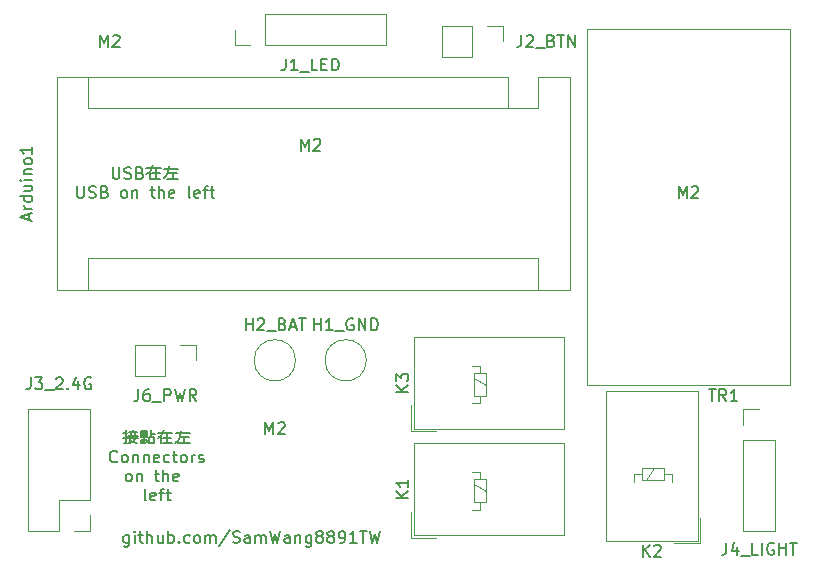
<source format=gbr>
%TF.GenerationSoftware,KiCad,Pcbnew,(6.0.6-0)*%
%TF.CreationDate,2022-07-16T17:32:28+08:00*%
%TF.ProjectId,__,8cc82e6b-6963-4616-945f-706362585858,rev?*%
%TF.SameCoordinates,Original*%
%TF.FileFunction,Legend,Top*%
%TF.FilePolarity,Positive*%
%FSLAX46Y46*%
G04 Gerber Fmt 4.6, Leading zero omitted, Abs format (unit mm)*
G04 Created by KiCad (PCBNEW (6.0.6-0)) date 2022-07-16 17:32:28*
%MOMM*%
%LPD*%
G01*
G04 APERTURE LIST*
%ADD10C,0.150000*%
%ADD11C,0.120000*%
G04 APERTURE END LIST*
D10*
X72261904Y-79647380D02*
X72261904Y-80456904D01*
X72309523Y-80552142D01*
X72357142Y-80599761D01*
X72452380Y-80647380D01*
X72642857Y-80647380D01*
X72738095Y-80599761D01*
X72785714Y-80552142D01*
X72833333Y-80456904D01*
X72833333Y-79647380D01*
X73261904Y-80599761D02*
X73404761Y-80647380D01*
X73642857Y-80647380D01*
X73738095Y-80599761D01*
X73785714Y-80552142D01*
X73833333Y-80456904D01*
X73833333Y-80361666D01*
X73785714Y-80266428D01*
X73738095Y-80218809D01*
X73642857Y-80171190D01*
X73452380Y-80123571D01*
X73357142Y-80075952D01*
X73309523Y-80028333D01*
X73261904Y-79933095D01*
X73261904Y-79837857D01*
X73309523Y-79742619D01*
X73357142Y-79695000D01*
X73452380Y-79647380D01*
X73690476Y-79647380D01*
X73833333Y-79695000D01*
X74595238Y-80123571D02*
X74738095Y-80171190D01*
X74785714Y-80218809D01*
X74833333Y-80314047D01*
X74833333Y-80456904D01*
X74785714Y-80552142D01*
X74738095Y-80599761D01*
X74642857Y-80647380D01*
X74261904Y-80647380D01*
X74261904Y-79647380D01*
X74595238Y-79647380D01*
X74690476Y-79695000D01*
X74738095Y-79742619D01*
X74785714Y-79837857D01*
X74785714Y-79933095D01*
X74738095Y-80028333D01*
X74690476Y-80075952D01*
X74595238Y-80123571D01*
X74261904Y-80123571D01*
X75119047Y-79742619D02*
X76357142Y-79742619D01*
X75595238Y-80171190D02*
X76261904Y-80171190D01*
X75547619Y-80647380D02*
X76309523Y-80647380D01*
X75404761Y-80028333D02*
X75404761Y-80647380D01*
X75928571Y-79837857D02*
X75928571Y-80647380D01*
X75642857Y-79504523D02*
X75404761Y-80028333D01*
X75119047Y-80218809D01*
X76642857Y-79790238D02*
X77833333Y-79790238D01*
X76976190Y-80123571D02*
X77738095Y-80123571D01*
X76833333Y-80647380D02*
X77833333Y-80647380D01*
X77357142Y-80123571D02*
X77357142Y-80647380D01*
X77071428Y-79552142D02*
X76976190Y-80075952D01*
X76785714Y-80409285D01*
X76595238Y-80599761D01*
X69261904Y-81257380D02*
X69261904Y-82066904D01*
X69309523Y-82162142D01*
X69357142Y-82209761D01*
X69452380Y-82257380D01*
X69642857Y-82257380D01*
X69738095Y-82209761D01*
X69785714Y-82162142D01*
X69833333Y-82066904D01*
X69833333Y-81257380D01*
X70261904Y-82209761D02*
X70404761Y-82257380D01*
X70642857Y-82257380D01*
X70738095Y-82209761D01*
X70785714Y-82162142D01*
X70833333Y-82066904D01*
X70833333Y-81971666D01*
X70785714Y-81876428D01*
X70738095Y-81828809D01*
X70642857Y-81781190D01*
X70452380Y-81733571D01*
X70357142Y-81685952D01*
X70309523Y-81638333D01*
X70261904Y-81543095D01*
X70261904Y-81447857D01*
X70309523Y-81352619D01*
X70357142Y-81305000D01*
X70452380Y-81257380D01*
X70690476Y-81257380D01*
X70833333Y-81305000D01*
X71595238Y-81733571D02*
X71738095Y-81781190D01*
X71785714Y-81828809D01*
X71833333Y-81924047D01*
X71833333Y-82066904D01*
X71785714Y-82162142D01*
X71738095Y-82209761D01*
X71642857Y-82257380D01*
X71261904Y-82257380D01*
X71261904Y-81257380D01*
X71595238Y-81257380D01*
X71690476Y-81305000D01*
X71738095Y-81352619D01*
X71785714Y-81447857D01*
X71785714Y-81543095D01*
X71738095Y-81638333D01*
X71690476Y-81685952D01*
X71595238Y-81733571D01*
X71261904Y-81733571D01*
X73166666Y-82257380D02*
X73071428Y-82209761D01*
X73023809Y-82162142D01*
X72976190Y-82066904D01*
X72976190Y-81781190D01*
X73023809Y-81685952D01*
X73071428Y-81638333D01*
X73166666Y-81590714D01*
X73309523Y-81590714D01*
X73404761Y-81638333D01*
X73452380Y-81685952D01*
X73500000Y-81781190D01*
X73500000Y-82066904D01*
X73452380Y-82162142D01*
X73404761Y-82209761D01*
X73309523Y-82257380D01*
X73166666Y-82257380D01*
X73928571Y-81590714D02*
X73928571Y-82257380D01*
X73928571Y-81685952D02*
X73976190Y-81638333D01*
X74071428Y-81590714D01*
X74214285Y-81590714D01*
X74309523Y-81638333D01*
X74357142Y-81733571D01*
X74357142Y-82257380D01*
X75452380Y-81590714D02*
X75833333Y-81590714D01*
X75595238Y-81257380D02*
X75595238Y-82114523D01*
X75642857Y-82209761D01*
X75738095Y-82257380D01*
X75833333Y-82257380D01*
X76166666Y-82257380D02*
X76166666Y-81257380D01*
X76595238Y-82257380D02*
X76595238Y-81733571D01*
X76547619Y-81638333D01*
X76452380Y-81590714D01*
X76309523Y-81590714D01*
X76214285Y-81638333D01*
X76166666Y-81685952D01*
X77452380Y-82209761D02*
X77357142Y-82257380D01*
X77166666Y-82257380D01*
X77071428Y-82209761D01*
X77023809Y-82114523D01*
X77023809Y-81733571D01*
X77071428Y-81638333D01*
X77166666Y-81590714D01*
X77357142Y-81590714D01*
X77452380Y-81638333D01*
X77500000Y-81733571D01*
X77500000Y-81828809D01*
X77023809Y-81924047D01*
X78833333Y-82257380D02*
X78738095Y-82209761D01*
X78690476Y-82114523D01*
X78690476Y-81257380D01*
X79595238Y-82209761D02*
X79500000Y-82257380D01*
X79309523Y-82257380D01*
X79214285Y-82209761D01*
X79166666Y-82114523D01*
X79166666Y-81733571D01*
X79214285Y-81638333D01*
X79309523Y-81590714D01*
X79500000Y-81590714D01*
X79595238Y-81638333D01*
X79642857Y-81733571D01*
X79642857Y-81828809D01*
X79166666Y-81924047D01*
X79928571Y-81590714D02*
X80309523Y-81590714D01*
X80071428Y-82257380D02*
X80071428Y-81400238D01*
X80119047Y-81305000D01*
X80214285Y-81257380D01*
X80309523Y-81257380D01*
X80500000Y-81590714D02*
X80880952Y-81590714D01*
X80642857Y-81257380D02*
X80642857Y-82114523D01*
X80690476Y-82209761D01*
X80785714Y-82257380D01*
X80880952Y-82257380D01*
X73619047Y-102037380D02*
X74333333Y-102037380D01*
X73142857Y-102180238D02*
X73523809Y-102180238D01*
X73571428Y-102370714D02*
X74380952Y-102370714D01*
X73571428Y-102561190D02*
X74380952Y-102561190D01*
X73190476Y-103037380D02*
X73380952Y-103037380D01*
X73380952Y-101894523D02*
X73380952Y-103037380D01*
X74000000Y-101894523D02*
X74000000Y-102085000D01*
X74190476Y-102085000D02*
X74142857Y-102323095D01*
X73809523Y-102132619D02*
X73857142Y-102370714D01*
X73714285Y-102799285D01*
X74333333Y-103037380D01*
X73523809Y-102513571D02*
X73142857Y-102608809D01*
X74190476Y-102561190D02*
X74095238Y-102799285D01*
X74000000Y-102894523D01*
X73571428Y-103037380D01*
X75523809Y-102227857D02*
X75857142Y-102227857D01*
X74666666Y-102370714D02*
X75142857Y-102370714D01*
X74666666Y-102513571D02*
X75190476Y-102513571D01*
X74809523Y-102704047D02*
X75190476Y-102704047D01*
X74666666Y-102704047D02*
X75095238Y-102704047D01*
X75333333Y-102989761D02*
X75809523Y-102989761D01*
X74666666Y-101942142D02*
X74666666Y-102323095D01*
X74809523Y-102085000D02*
X74809523Y-102227857D01*
X74809523Y-102799285D02*
X74857142Y-102989761D01*
X74904761Y-101942142D02*
X74904761Y-102704047D01*
X74666666Y-101942142D02*
X75142857Y-101942142D01*
X75142857Y-102323095D01*
X75333333Y-102513571D02*
X75333333Y-103037380D01*
X75523809Y-101894523D02*
X75523809Y-102513571D01*
X75333333Y-102513571D02*
X75809523Y-102513571D01*
X75809523Y-103037380D01*
X75142857Y-102799285D02*
X75190476Y-102942142D01*
X74952380Y-102799285D02*
X75047619Y-102989761D01*
X75047619Y-102085000D02*
X75000000Y-102275476D01*
X74666666Y-102846904D02*
X74666666Y-103037380D01*
X76095238Y-102132619D02*
X77333333Y-102132619D01*
X76571428Y-102561190D02*
X77238095Y-102561190D01*
X76523809Y-103037380D02*
X77285714Y-103037380D01*
X76380952Y-102418333D02*
X76380952Y-103037380D01*
X76904761Y-102227857D02*
X76904761Y-103037380D01*
X76619047Y-101894523D02*
X76380952Y-102418333D01*
X76095238Y-102608809D01*
X77619047Y-102180238D02*
X78809523Y-102180238D01*
X77952380Y-102513571D02*
X78714285Y-102513571D01*
X77809523Y-103037380D02*
X78809523Y-103037380D01*
X78333333Y-102513571D02*
X78333333Y-103037380D01*
X78047619Y-101942142D02*
X77952380Y-102465952D01*
X77761904Y-102799285D01*
X77571428Y-102989761D01*
X72642857Y-104552142D02*
X72595238Y-104599761D01*
X72452380Y-104647380D01*
X72357142Y-104647380D01*
X72214285Y-104599761D01*
X72119047Y-104504523D01*
X72071428Y-104409285D01*
X72023809Y-104218809D01*
X72023809Y-104075952D01*
X72071428Y-103885476D01*
X72119047Y-103790238D01*
X72214285Y-103695000D01*
X72357142Y-103647380D01*
X72452380Y-103647380D01*
X72595238Y-103695000D01*
X72642857Y-103742619D01*
X73214285Y-104647380D02*
X73119047Y-104599761D01*
X73071428Y-104552142D01*
X73023809Y-104456904D01*
X73023809Y-104171190D01*
X73071428Y-104075952D01*
X73119047Y-104028333D01*
X73214285Y-103980714D01*
X73357142Y-103980714D01*
X73452380Y-104028333D01*
X73500000Y-104075952D01*
X73547619Y-104171190D01*
X73547619Y-104456904D01*
X73500000Y-104552142D01*
X73452380Y-104599761D01*
X73357142Y-104647380D01*
X73214285Y-104647380D01*
X73976190Y-103980714D02*
X73976190Y-104647380D01*
X73976190Y-104075952D02*
X74023809Y-104028333D01*
X74119047Y-103980714D01*
X74261904Y-103980714D01*
X74357142Y-104028333D01*
X74404761Y-104123571D01*
X74404761Y-104647380D01*
X74880952Y-103980714D02*
X74880952Y-104647380D01*
X74880952Y-104075952D02*
X74928571Y-104028333D01*
X75023809Y-103980714D01*
X75166666Y-103980714D01*
X75261904Y-104028333D01*
X75309523Y-104123571D01*
X75309523Y-104647380D01*
X76166666Y-104599761D02*
X76071428Y-104647380D01*
X75880952Y-104647380D01*
X75785714Y-104599761D01*
X75738095Y-104504523D01*
X75738095Y-104123571D01*
X75785714Y-104028333D01*
X75880952Y-103980714D01*
X76071428Y-103980714D01*
X76166666Y-104028333D01*
X76214285Y-104123571D01*
X76214285Y-104218809D01*
X75738095Y-104314047D01*
X77071428Y-104599761D02*
X76976190Y-104647380D01*
X76785714Y-104647380D01*
X76690476Y-104599761D01*
X76642857Y-104552142D01*
X76595238Y-104456904D01*
X76595238Y-104171190D01*
X76642857Y-104075952D01*
X76690476Y-104028333D01*
X76785714Y-103980714D01*
X76976190Y-103980714D01*
X77071428Y-104028333D01*
X77357142Y-103980714D02*
X77738095Y-103980714D01*
X77500000Y-103647380D02*
X77500000Y-104504523D01*
X77547619Y-104599761D01*
X77642857Y-104647380D01*
X77738095Y-104647380D01*
X78214285Y-104647380D02*
X78119047Y-104599761D01*
X78071428Y-104552142D01*
X78023809Y-104456904D01*
X78023809Y-104171190D01*
X78071428Y-104075952D01*
X78119047Y-104028333D01*
X78214285Y-103980714D01*
X78357142Y-103980714D01*
X78452380Y-104028333D01*
X78500000Y-104075952D01*
X78547619Y-104171190D01*
X78547619Y-104456904D01*
X78500000Y-104552142D01*
X78452380Y-104599761D01*
X78357142Y-104647380D01*
X78214285Y-104647380D01*
X78976190Y-104647380D02*
X78976190Y-103980714D01*
X78976190Y-104171190D02*
X79023809Y-104075952D01*
X79071428Y-104028333D01*
X79166666Y-103980714D01*
X79261904Y-103980714D01*
X79547619Y-104599761D02*
X79642857Y-104647380D01*
X79833333Y-104647380D01*
X79928571Y-104599761D01*
X79976190Y-104504523D01*
X79976190Y-104456904D01*
X79928571Y-104361666D01*
X79833333Y-104314047D01*
X79690476Y-104314047D01*
X79595238Y-104266428D01*
X79547619Y-104171190D01*
X79547619Y-104123571D01*
X79595238Y-104028333D01*
X79690476Y-103980714D01*
X79833333Y-103980714D01*
X79928571Y-104028333D01*
X73547619Y-106257380D02*
X73452380Y-106209761D01*
X73404761Y-106162142D01*
X73357142Y-106066904D01*
X73357142Y-105781190D01*
X73404761Y-105685952D01*
X73452380Y-105638333D01*
X73547619Y-105590714D01*
X73690476Y-105590714D01*
X73785714Y-105638333D01*
X73833333Y-105685952D01*
X73880952Y-105781190D01*
X73880952Y-106066904D01*
X73833333Y-106162142D01*
X73785714Y-106209761D01*
X73690476Y-106257380D01*
X73547619Y-106257380D01*
X74309523Y-105590714D02*
X74309523Y-106257380D01*
X74309523Y-105685952D02*
X74357142Y-105638333D01*
X74452380Y-105590714D01*
X74595238Y-105590714D01*
X74690476Y-105638333D01*
X74738095Y-105733571D01*
X74738095Y-106257380D01*
X75833333Y-105590714D02*
X76214285Y-105590714D01*
X75976190Y-105257380D02*
X75976190Y-106114523D01*
X76023809Y-106209761D01*
X76119047Y-106257380D01*
X76214285Y-106257380D01*
X76547619Y-106257380D02*
X76547619Y-105257380D01*
X76976190Y-106257380D02*
X76976190Y-105733571D01*
X76928571Y-105638333D01*
X76833333Y-105590714D01*
X76690476Y-105590714D01*
X76595238Y-105638333D01*
X76547619Y-105685952D01*
X77833333Y-106209761D02*
X77738095Y-106257380D01*
X77547619Y-106257380D01*
X77452380Y-106209761D01*
X77404761Y-106114523D01*
X77404761Y-105733571D01*
X77452380Y-105638333D01*
X77547619Y-105590714D01*
X77738095Y-105590714D01*
X77833333Y-105638333D01*
X77880952Y-105733571D01*
X77880952Y-105828809D01*
X77404761Y-105924047D01*
X75119047Y-107867380D02*
X75023809Y-107819761D01*
X74976190Y-107724523D01*
X74976190Y-106867380D01*
X75880952Y-107819761D02*
X75785714Y-107867380D01*
X75595238Y-107867380D01*
X75500000Y-107819761D01*
X75452380Y-107724523D01*
X75452380Y-107343571D01*
X75500000Y-107248333D01*
X75595238Y-107200714D01*
X75785714Y-107200714D01*
X75880952Y-107248333D01*
X75928571Y-107343571D01*
X75928571Y-107438809D01*
X75452380Y-107534047D01*
X76214285Y-107200714D02*
X76595238Y-107200714D01*
X76357142Y-107867380D02*
X76357142Y-107010238D01*
X76404761Y-106915000D01*
X76500000Y-106867380D01*
X76595238Y-106867380D01*
X76785714Y-107200714D02*
X77166666Y-107200714D01*
X76928571Y-106867380D02*
X76928571Y-107724523D01*
X76976190Y-107819761D01*
X77071428Y-107867380D01*
X77166666Y-107867380D01*
X73642857Y-110785714D02*
X73642857Y-111595238D01*
X73595238Y-111690476D01*
X73547619Y-111738095D01*
X73452380Y-111785714D01*
X73309523Y-111785714D01*
X73214285Y-111738095D01*
X73642857Y-111404761D02*
X73547619Y-111452380D01*
X73357142Y-111452380D01*
X73261904Y-111404761D01*
X73214285Y-111357142D01*
X73166666Y-111261904D01*
X73166666Y-110976190D01*
X73214285Y-110880952D01*
X73261904Y-110833333D01*
X73357142Y-110785714D01*
X73547619Y-110785714D01*
X73642857Y-110833333D01*
X74119047Y-111452380D02*
X74119047Y-110785714D01*
X74119047Y-110452380D02*
X74071428Y-110500000D01*
X74119047Y-110547619D01*
X74166666Y-110500000D01*
X74119047Y-110452380D01*
X74119047Y-110547619D01*
X74452380Y-110785714D02*
X74833333Y-110785714D01*
X74595238Y-110452380D02*
X74595238Y-111309523D01*
X74642857Y-111404761D01*
X74738095Y-111452380D01*
X74833333Y-111452380D01*
X75166666Y-111452380D02*
X75166666Y-110452380D01*
X75595238Y-111452380D02*
X75595238Y-110928571D01*
X75547619Y-110833333D01*
X75452380Y-110785714D01*
X75309523Y-110785714D01*
X75214285Y-110833333D01*
X75166666Y-110880952D01*
X76500000Y-110785714D02*
X76500000Y-111452380D01*
X76071428Y-110785714D02*
X76071428Y-111309523D01*
X76119047Y-111404761D01*
X76214285Y-111452380D01*
X76357142Y-111452380D01*
X76452380Y-111404761D01*
X76500000Y-111357142D01*
X76976190Y-111452380D02*
X76976190Y-110452380D01*
X76976190Y-110833333D02*
X77071428Y-110785714D01*
X77261904Y-110785714D01*
X77357142Y-110833333D01*
X77404761Y-110880952D01*
X77452380Y-110976190D01*
X77452380Y-111261904D01*
X77404761Y-111357142D01*
X77357142Y-111404761D01*
X77261904Y-111452380D01*
X77071428Y-111452380D01*
X76976190Y-111404761D01*
X77880952Y-111357142D02*
X77928571Y-111404761D01*
X77880952Y-111452380D01*
X77833333Y-111404761D01*
X77880952Y-111357142D01*
X77880952Y-111452380D01*
X78785714Y-111404761D02*
X78690476Y-111452380D01*
X78500000Y-111452380D01*
X78404761Y-111404761D01*
X78357142Y-111357142D01*
X78309523Y-111261904D01*
X78309523Y-110976190D01*
X78357142Y-110880952D01*
X78404761Y-110833333D01*
X78500000Y-110785714D01*
X78690476Y-110785714D01*
X78785714Y-110833333D01*
X79357142Y-111452380D02*
X79261904Y-111404761D01*
X79214285Y-111357142D01*
X79166666Y-111261904D01*
X79166666Y-110976190D01*
X79214285Y-110880952D01*
X79261904Y-110833333D01*
X79357142Y-110785714D01*
X79500000Y-110785714D01*
X79595238Y-110833333D01*
X79642857Y-110880952D01*
X79690476Y-110976190D01*
X79690476Y-111261904D01*
X79642857Y-111357142D01*
X79595238Y-111404761D01*
X79500000Y-111452380D01*
X79357142Y-111452380D01*
X80119047Y-111452380D02*
X80119047Y-110785714D01*
X80119047Y-110880952D02*
X80166666Y-110833333D01*
X80261904Y-110785714D01*
X80404761Y-110785714D01*
X80500000Y-110833333D01*
X80547619Y-110928571D01*
X80547619Y-111452380D01*
X80547619Y-110928571D02*
X80595238Y-110833333D01*
X80690476Y-110785714D01*
X80833333Y-110785714D01*
X80928571Y-110833333D01*
X80976190Y-110928571D01*
X80976190Y-111452380D01*
X82166666Y-110404761D02*
X81309523Y-111690476D01*
X82452380Y-111404761D02*
X82595238Y-111452380D01*
X82833333Y-111452380D01*
X82928571Y-111404761D01*
X82976190Y-111357142D01*
X83023809Y-111261904D01*
X83023809Y-111166666D01*
X82976190Y-111071428D01*
X82928571Y-111023809D01*
X82833333Y-110976190D01*
X82642857Y-110928571D01*
X82547619Y-110880952D01*
X82500000Y-110833333D01*
X82452380Y-110738095D01*
X82452380Y-110642857D01*
X82500000Y-110547619D01*
X82547619Y-110500000D01*
X82642857Y-110452380D01*
X82880952Y-110452380D01*
X83023809Y-110500000D01*
X83880952Y-111452380D02*
X83880952Y-110928571D01*
X83833333Y-110833333D01*
X83738095Y-110785714D01*
X83547619Y-110785714D01*
X83452380Y-110833333D01*
X83880952Y-111404761D02*
X83785714Y-111452380D01*
X83547619Y-111452380D01*
X83452380Y-111404761D01*
X83404761Y-111309523D01*
X83404761Y-111214285D01*
X83452380Y-111119047D01*
X83547619Y-111071428D01*
X83785714Y-111071428D01*
X83880952Y-111023809D01*
X84357142Y-111452380D02*
X84357142Y-110785714D01*
X84357142Y-110880952D02*
X84404761Y-110833333D01*
X84500000Y-110785714D01*
X84642857Y-110785714D01*
X84738095Y-110833333D01*
X84785714Y-110928571D01*
X84785714Y-111452380D01*
X84785714Y-110928571D02*
X84833333Y-110833333D01*
X84928571Y-110785714D01*
X85071428Y-110785714D01*
X85166666Y-110833333D01*
X85214285Y-110928571D01*
X85214285Y-111452380D01*
X85595238Y-110452380D02*
X85833333Y-111452380D01*
X86023809Y-110738095D01*
X86214285Y-111452380D01*
X86452380Y-110452380D01*
X87261904Y-111452380D02*
X87261904Y-110928571D01*
X87214285Y-110833333D01*
X87119047Y-110785714D01*
X86928571Y-110785714D01*
X86833333Y-110833333D01*
X87261904Y-111404761D02*
X87166666Y-111452380D01*
X86928571Y-111452380D01*
X86833333Y-111404761D01*
X86785714Y-111309523D01*
X86785714Y-111214285D01*
X86833333Y-111119047D01*
X86928571Y-111071428D01*
X87166666Y-111071428D01*
X87261904Y-111023809D01*
X87738095Y-110785714D02*
X87738095Y-111452380D01*
X87738095Y-110880952D02*
X87785714Y-110833333D01*
X87880952Y-110785714D01*
X88023809Y-110785714D01*
X88119047Y-110833333D01*
X88166666Y-110928571D01*
X88166666Y-111452380D01*
X89071428Y-110785714D02*
X89071428Y-111595238D01*
X89023809Y-111690476D01*
X88976190Y-111738095D01*
X88880952Y-111785714D01*
X88738095Y-111785714D01*
X88642857Y-111738095D01*
X89071428Y-111404761D02*
X88976190Y-111452380D01*
X88785714Y-111452380D01*
X88690476Y-111404761D01*
X88642857Y-111357142D01*
X88595238Y-111261904D01*
X88595238Y-110976190D01*
X88642857Y-110880952D01*
X88690476Y-110833333D01*
X88785714Y-110785714D01*
X88976190Y-110785714D01*
X89071428Y-110833333D01*
X89690476Y-110880952D02*
X89595238Y-110833333D01*
X89547619Y-110785714D01*
X89500000Y-110690476D01*
X89500000Y-110642857D01*
X89547619Y-110547619D01*
X89595238Y-110500000D01*
X89690476Y-110452380D01*
X89880952Y-110452380D01*
X89976190Y-110500000D01*
X90023809Y-110547619D01*
X90071428Y-110642857D01*
X90071428Y-110690476D01*
X90023809Y-110785714D01*
X89976190Y-110833333D01*
X89880952Y-110880952D01*
X89690476Y-110880952D01*
X89595238Y-110928571D01*
X89547619Y-110976190D01*
X89500000Y-111071428D01*
X89500000Y-111261904D01*
X89547619Y-111357142D01*
X89595238Y-111404761D01*
X89690476Y-111452380D01*
X89880952Y-111452380D01*
X89976190Y-111404761D01*
X90023809Y-111357142D01*
X90071428Y-111261904D01*
X90071428Y-111071428D01*
X90023809Y-110976190D01*
X89976190Y-110928571D01*
X89880952Y-110880952D01*
X90642857Y-110880952D02*
X90547619Y-110833333D01*
X90500000Y-110785714D01*
X90452380Y-110690476D01*
X90452380Y-110642857D01*
X90500000Y-110547619D01*
X90547619Y-110500000D01*
X90642857Y-110452380D01*
X90833333Y-110452380D01*
X90928571Y-110500000D01*
X90976190Y-110547619D01*
X91023809Y-110642857D01*
X91023809Y-110690476D01*
X90976190Y-110785714D01*
X90928571Y-110833333D01*
X90833333Y-110880952D01*
X90642857Y-110880952D01*
X90547619Y-110928571D01*
X90500000Y-110976190D01*
X90452380Y-111071428D01*
X90452380Y-111261904D01*
X90500000Y-111357142D01*
X90547619Y-111404761D01*
X90642857Y-111452380D01*
X90833333Y-111452380D01*
X90928571Y-111404761D01*
X90976190Y-111357142D01*
X91023809Y-111261904D01*
X91023809Y-111071428D01*
X90976190Y-110976190D01*
X90928571Y-110928571D01*
X90833333Y-110880952D01*
X91500000Y-111452380D02*
X91690476Y-111452380D01*
X91785714Y-111404761D01*
X91833333Y-111357142D01*
X91928571Y-111214285D01*
X91976190Y-111023809D01*
X91976190Y-110642857D01*
X91928571Y-110547619D01*
X91880952Y-110500000D01*
X91785714Y-110452380D01*
X91595238Y-110452380D01*
X91500000Y-110500000D01*
X91452380Y-110547619D01*
X91404761Y-110642857D01*
X91404761Y-110880952D01*
X91452380Y-110976190D01*
X91500000Y-111023809D01*
X91595238Y-111071428D01*
X91785714Y-111071428D01*
X91880952Y-111023809D01*
X91928571Y-110976190D01*
X91976190Y-110880952D01*
X92928571Y-111452380D02*
X92357142Y-111452380D01*
X92642857Y-111452380D02*
X92642857Y-110452380D01*
X92547619Y-110595238D01*
X92452380Y-110690476D01*
X92357142Y-110738095D01*
X93214285Y-110452380D02*
X93785714Y-110452380D01*
X93500000Y-111452380D02*
X93500000Y-110452380D01*
X94023809Y-110452380D02*
X94261904Y-111452380D01*
X94452380Y-110738095D01*
X94642857Y-111452380D01*
X94880952Y-110452380D01*
%TO.C,M2*%
X85190476Y-102252380D02*
X85190476Y-101252380D01*
X85523809Y-101966666D01*
X85857142Y-101252380D01*
X85857142Y-102252380D01*
X86285714Y-101347619D02*
X86333333Y-101300000D01*
X86428571Y-101252380D01*
X86666666Y-101252380D01*
X86761904Y-101300000D01*
X86809523Y-101347619D01*
X86857142Y-101442857D01*
X86857142Y-101538095D01*
X86809523Y-101680952D01*
X86238095Y-102252380D01*
X86857142Y-102252380D01*
%TO.C,H1_GND*%
X89333333Y-93452380D02*
X89333333Y-92452380D01*
X89333333Y-92928571D02*
X89904761Y-92928571D01*
X89904761Y-93452380D02*
X89904761Y-92452380D01*
X90904761Y-93452380D02*
X90333333Y-93452380D01*
X90619047Y-93452380D02*
X90619047Y-92452380D01*
X90523809Y-92595238D01*
X90428571Y-92690476D01*
X90333333Y-92738095D01*
X91095238Y-93547619D02*
X91857142Y-93547619D01*
X92619047Y-92500000D02*
X92523809Y-92452380D01*
X92380952Y-92452380D01*
X92238095Y-92500000D01*
X92142857Y-92595238D01*
X92095238Y-92690476D01*
X92047619Y-92880952D01*
X92047619Y-93023809D01*
X92095238Y-93214285D01*
X92142857Y-93309523D01*
X92238095Y-93404761D01*
X92380952Y-93452380D01*
X92476190Y-93452380D01*
X92619047Y-93404761D01*
X92666666Y-93357142D01*
X92666666Y-93023809D01*
X92476190Y-93023809D01*
X93095238Y-93452380D02*
X93095238Y-92452380D01*
X93666666Y-93452380D01*
X93666666Y-92452380D01*
X94142857Y-93452380D02*
X94142857Y-92452380D01*
X94380952Y-92452380D01*
X94523809Y-92500000D01*
X94619047Y-92595238D01*
X94666666Y-92690476D01*
X94714285Y-92880952D01*
X94714285Y-93023809D01*
X94666666Y-93214285D01*
X94619047Y-93309523D01*
X94523809Y-93404761D01*
X94380952Y-93452380D01*
X94142857Y-93452380D01*
%TO.C,J4_LIGHT*%
X124238095Y-111452380D02*
X124238095Y-112166666D01*
X124190476Y-112309523D01*
X124095238Y-112404761D01*
X123952380Y-112452380D01*
X123857142Y-112452380D01*
X125142857Y-111785714D02*
X125142857Y-112452380D01*
X124904761Y-111404761D02*
X124666666Y-112119047D01*
X125285714Y-112119047D01*
X125428571Y-112547619D02*
X126190476Y-112547619D01*
X126904761Y-112452380D02*
X126428571Y-112452380D01*
X126428571Y-111452380D01*
X127238095Y-112452380D02*
X127238095Y-111452380D01*
X128238095Y-111500000D02*
X128142857Y-111452380D01*
X128000000Y-111452380D01*
X127857142Y-111500000D01*
X127761904Y-111595238D01*
X127714285Y-111690476D01*
X127666666Y-111880952D01*
X127666666Y-112023809D01*
X127714285Y-112214285D01*
X127761904Y-112309523D01*
X127857142Y-112404761D01*
X128000000Y-112452380D01*
X128095238Y-112452380D01*
X128238095Y-112404761D01*
X128285714Y-112357142D01*
X128285714Y-112023809D01*
X128095238Y-112023809D01*
X128714285Y-112452380D02*
X128714285Y-111452380D01*
X128714285Y-111928571D02*
X129285714Y-111928571D01*
X129285714Y-112452380D02*
X129285714Y-111452380D01*
X129619047Y-111452380D02*
X130190476Y-111452380D01*
X129904761Y-112452380D02*
X129904761Y-111452380D01*
%TO.C,J2_BTN*%
X106880952Y-68452380D02*
X106880952Y-69166666D01*
X106833333Y-69309523D01*
X106738095Y-69404761D01*
X106595238Y-69452380D01*
X106500000Y-69452380D01*
X107309523Y-68547619D02*
X107357142Y-68500000D01*
X107452380Y-68452380D01*
X107690476Y-68452380D01*
X107785714Y-68500000D01*
X107833333Y-68547619D01*
X107880952Y-68642857D01*
X107880952Y-68738095D01*
X107833333Y-68880952D01*
X107261904Y-69452380D01*
X107880952Y-69452380D01*
X108071428Y-69547619D02*
X108833333Y-69547619D01*
X109404761Y-68928571D02*
X109547619Y-68976190D01*
X109595238Y-69023809D01*
X109642857Y-69119047D01*
X109642857Y-69261904D01*
X109595238Y-69357142D01*
X109547619Y-69404761D01*
X109452380Y-69452380D01*
X109071428Y-69452380D01*
X109071428Y-68452380D01*
X109404761Y-68452380D01*
X109500000Y-68500000D01*
X109547619Y-68547619D01*
X109595238Y-68642857D01*
X109595238Y-68738095D01*
X109547619Y-68833333D01*
X109500000Y-68880952D01*
X109404761Y-68928571D01*
X109071428Y-68928571D01*
X109928571Y-68452380D02*
X110500000Y-68452380D01*
X110214285Y-69452380D02*
X110214285Y-68452380D01*
X110833333Y-69452380D02*
X110833333Y-68452380D01*
X111404761Y-69452380D01*
X111404761Y-68452380D01*
%TO.C,Arduino1*%
X65166666Y-84071428D02*
X65166666Y-83595238D01*
X65452380Y-84166666D02*
X64452380Y-83833333D01*
X65452380Y-83500000D01*
X65452380Y-83166666D02*
X64785714Y-83166666D01*
X64976190Y-83166666D02*
X64880952Y-83119047D01*
X64833333Y-83071428D01*
X64785714Y-82976190D01*
X64785714Y-82880952D01*
X65452380Y-82119047D02*
X64452380Y-82119047D01*
X65404761Y-82119047D02*
X65452380Y-82214285D01*
X65452380Y-82404761D01*
X65404761Y-82500000D01*
X65357142Y-82547619D01*
X65261904Y-82595238D01*
X64976190Y-82595238D01*
X64880952Y-82547619D01*
X64833333Y-82500000D01*
X64785714Y-82404761D01*
X64785714Y-82214285D01*
X64833333Y-82119047D01*
X64785714Y-81214285D02*
X65452380Y-81214285D01*
X64785714Y-81642857D02*
X65309523Y-81642857D01*
X65404761Y-81595238D01*
X65452380Y-81500000D01*
X65452380Y-81357142D01*
X65404761Y-81261904D01*
X65357142Y-81214285D01*
X65452380Y-80738095D02*
X64785714Y-80738095D01*
X64452380Y-80738095D02*
X64500000Y-80785714D01*
X64547619Y-80738095D01*
X64500000Y-80690476D01*
X64452380Y-80738095D01*
X64547619Y-80738095D01*
X64785714Y-80261904D02*
X65452380Y-80261904D01*
X64880952Y-80261904D02*
X64833333Y-80214285D01*
X64785714Y-80119047D01*
X64785714Y-79976190D01*
X64833333Y-79880952D01*
X64928571Y-79833333D01*
X65452380Y-79833333D01*
X65452380Y-79214285D02*
X65404761Y-79309523D01*
X65357142Y-79357142D01*
X65261904Y-79404761D01*
X64976190Y-79404761D01*
X64880952Y-79357142D01*
X64833333Y-79309523D01*
X64785714Y-79214285D01*
X64785714Y-79071428D01*
X64833333Y-78976190D01*
X64880952Y-78928571D01*
X64976190Y-78880952D01*
X65261904Y-78880952D01*
X65357142Y-78928571D01*
X65404761Y-78976190D01*
X65452380Y-79071428D01*
X65452380Y-79214285D01*
X65452380Y-77928571D02*
X65452380Y-78500000D01*
X65452380Y-78214285D02*
X64452380Y-78214285D01*
X64595238Y-78309523D01*
X64690476Y-78404761D01*
X64738095Y-78500000D01*
%TO.C,TR1*%
X122738095Y-98452380D02*
X123309523Y-98452380D01*
X123023809Y-99452380D02*
X123023809Y-98452380D01*
X124214285Y-99452380D02*
X123880952Y-98976190D01*
X123642857Y-99452380D02*
X123642857Y-98452380D01*
X124023809Y-98452380D01*
X124119047Y-98500000D01*
X124166666Y-98547619D01*
X124214285Y-98642857D01*
X124214285Y-98785714D01*
X124166666Y-98880952D01*
X124119047Y-98928571D01*
X124023809Y-98976190D01*
X123642857Y-98976190D01*
X125166666Y-99452380D02*
X124595238Y-99452380D01*
X124880952Y-99452380D02*
X124880952Y-98452380D01*
X124785714Y-98595238D01*
X124690476Y-98690476D01*
X124595238Y-98738095D01*
%TO.C,K2*%
X117169404Y-112609880D02*
X117169404Y-111609880D01*
X117740833Y-112609880D02*
X117312261Y-112038452D01*
X117740833Y-111609880D02*
X117169404Y-112181309D01*
X118121785Y-111705119D02*
X118169404Y-111657500D01*
X118264642Y-111609880D01*
X118502738Y-111609880D01*
X118597976Y-111657500D01*
X118645595Y-111705119D01*
X118693214Y-111800357D01*
X118693214Y-111895595D01*
X118645595Y-112038452D01*
X118074166Y-112609880D01*
X118693214Y-112609880D01*
%TO.C,M2*%
X71190476Y-69452380D02*
X71190476Y-68452380D01*
X71523809Y-69166666D01*
X71857142Y-68452380D01*
X71857142Y-69452380D01*
X72285714Y-68547619D02*
X72333333Y-68500000D01*
X72428571Y-68452380D01*
X72666666Y-68452380D01*
X72761904Y-68500000D01*
X72809523Y-68547619D01*
X72857142Y-68642857D01*
X72857142Y-68738095D01*
X72809523Y-68880952D01*
X72238095Y-69452380D01*
X72857142Y-69452380D01*
X88190476Y-78252380D02*
X88190476Y-77252380D01*
X88523809Y-77966666D01*
X88857142Y-77252380D01*
X88857142Y-78252380D01*
X89285714Y-77347619D02*
X89333333Y-77300000D01*
X89428571Y-77252380D01*
X89666666Y-77252380D01*
X89761904Y-77300000D01*
X89809523Y-77347619D01*
X89857142Y-77442857D01*
X89857142Y-77538095D01*
X89809523Y-77680952D01*
X89238095Y-78252380D01*
X89857142Y-78252380D01*
%TO.C,K1*%
X97294880Y-107645595D02*
X96294880Y-107645595D01*
X97294880Y-107074166D02*
X96723452Y-107502738D01*
X96294880Y-107074166D02*
X96866309Y-107645595D01*
X97294880Y-106121785D02*
X97294880Y-106693214D01*
X97294880Y-106407500D02*
X96294880Y-106407500D01*
X96437738Y-106502738D01*
X96532976Y-106597976D01*
X96580595Y-106693214D01*
%TO.C,J3_2.4G*%
X65325238Y-97452380D02*
X65325238Y-98166666D01*
X65277619Y-98309523D01*
X65182380Y-98404761D01*
X65039523Y-98452380D01*
X64944285Y-98452380D01*
X65706190Y-97452380D02*
X66325238Y-97452380D01*
X65991904Y-97833333D01*
X66134761Y-97833333D01*
X66230000Y-97880952D01*
X66277619Y-97928571D01*
X66325238Y-98023809D01*
X66325238Y-98261904D01*
X66277619Y-98357142D01*
X66230000Y-98404761D01*
X66134761Y-98452380D01*
X65849047Y-98452380D01*
X65753809Y-98404761D01*
X65706190Y-98357142D01*
X66515714Y-98547619D02*
X67277619Y-98547619D01*
X67468095Y-97547619D02*
X67515714Y-97500000D01*
X67610952Y-97452380D01*
X67849047Y-97452380D01*
X67944285Y-97500000D01*
X67991904Y-97547619D01*
X68039523Y-97642857D01*
X68039523Y-97738095D01*
X67991904Y-97880952D01*
X67420476Y-98452380D01*
X68039523Y-98452380D01*
X68468095Y-98357142D02*
X68515714Y-98404761D01*
X68468095Y-98452380D01*
X68420476Y-98404761D01*
X68468095Y-98357142D01*
X68468095Y-98452380D01*
X69372857Y-97785714D02*
X69372857Y-98452380D01*
X69134761Y-97404761D02*
X68896666Y-98119047D01*
X69515714Y-98119047D01*
X70420476Y-97500000D02*
X70325238Y-97452380D01*
X70182380Y-97452380D01*
X70039523Y-97500000D01*
X69944285Y-97595238D01*
X69896666Y-97690476D01*
X69849047Y-97880952D01*
X69849047Y-98023809D01*
X69896666Y-98214285D01*
X69944285Y-98309523D01*
X70039523Y-98404761D01*
X70182380Y-98452380D01*
X70277619Y-98452380D01*
X70420476Y-98404761D01*
X70468095Y-98357142D01*
X70468095Y-98023809D01*
X70277619Y-98023809D01*
%TO.C,J6_PWR*%
X74444285Y-98452380D02*
X74444285Y-99166666D01*
X74396666Y-99309523D01*
X74301428Y-99404761D01*
X74158571Y-99452380D01*
X74063333Y-99452380D01*
X75349047Y-98452380D02*
X75158571Y-98452380D01*
X75063333Y-98500000D01*
X75015714Y-98547619D01*
X74920476Y-98690476D01*
X74872857Y-98880952D01*
X74872857Y-99261904D01*
X74920476Y-99357142D01*
X74968095Y-99404761D01*
X75063333Y-99452380D01*
X75253809Y-99452380D01*
X75349047Y-99404761D01*
X75396666Y-99357142D01*
X75444285Y-99261904D01*
X75444285Y-99023809D01*
X75396666Y-98928571D01*
X75349047Y-98880952D01*
X75253809Y-98833333D01*
X75063333Y-98833333D01*
X74968095Y-98880952D01*
X74920476Y-98928571D01*
X74872857Y-99023809D01*
X75634761Y-99547619D02*
X76396666Y-99547619D01*
X76634761Y-99452380D02*
X76634761Y-98452380D01*
X77015714Y-98452380D01*
X77110952Y-98500000D01*
X77158571Y-98547619D01*
X77206190Y-98642857D01*
X77206190Y-98785714D01*
X77158571Y-98880952D01*
X77110952Y-98928571D01*
X77015714Y-98976190D01*
X76634761Y-98976190D01*
X77539523Y-98452380D02*
X77777619Y-99452380D01*
X77968095Y-98738095D01*
X78158571Y-99452380D01*
X78396666Y-98452380D01*
X79349047Y-99452380D02*
X79015714Y-98976190D01*
X78777619Y-99452380D02*
X78777619Y-98452380D01*
X79158571Y-98452380D01*
X79253809Y-98500000D01*
X79301428Y-98547619D01*
X79349047Y-98642857D01*
X79349047Y-98785714D01*
X79301428Y-98880952D01*
X79253809Y-98928571D01*
X79158571Y-98976190D01*
X78777619Y-98976190D01*
%TO.C,H2_BAT*%
X83547619Y-93452380D02*
X83547619Y-92452380D01*
X83547619Y-92928571D02*
X84119047Y-92928571D01*
X84119047Y-93452380D02*
X84119047Y-92452380D01*
X84547619Y-92547619D02*
X84595238Y-92500000D01*
X84690476Y-92452380D01*
X84928571Y-92452380D01*
X85023809Y-92500000D01*
X85071428Y-92547619D01*
X85119047Y-92642857D01*
X85119047Y-92738095D01*
X85071428Y-92880952D01*
X84500000Y-93452380D01*
X85119047Y-93452380D01*
X85309523Y-93547619D02*
X86071428Y-93547619D01*
X86642857Y-92928571D02*
X86785714Y-92976190D01*
X86833333Y-93023809D01*
X86880952Y-93119047D01*
X86880952Y-93261904D01*
X86833333Y-93357142D01*
X86785714Y-93404761D01*
X86690476Y-93452380D01*
X86309523Y-93452380D01*
X86309523Y-92452380D01*
X86642857Y-92452380D01*
X86738095Y-92500000D01*
X86785714Y-92547619D01*
X86833333Y-92642857D01*
X86833333Y-92738095D01*
X86785714Y-92833333D01*
X86738095Y-92880952D01*
X86642857Y-92928571D01*
X86309523Y-92928571D01*
X87261904Y-93166666D02*
X87738095Y-93166666D01*
X87166666Y-93452380D02*
X87500000Y-92452380D01*
X87833333Y-93452380D01*
X88023809Y-92452380D02*
X88595238Y-92452380D01*
X88309523Y-93452380D02*
X88309523Y-92452380D01*
%TO.C,J1_LED*%
X86928571Y-70452380D02*
X86928571Y-71166666D01*
X86880952Y-71309523D01*
X86785714Y-71404761D01*
X86642857Y-71452380D01*
X86547619Y-71452380D01*
X87928571Y-71452380D02*
X87357142Y-71452380D01*
X87642857Y-71452380D02*
X87642857Y-70452380D01*
X87547619Y-70595238D01*
X87452380Y-70690476D01*
X87357142Y-70738095D01*
X88119047Y-71547619D02*
X88880952Y-71547619D01*
X89595238Y-71452380D02*
X89119047Y-71452380D01*
X89119047Y-70452380D01*
X89928571Y-70928571D02*
X90261904Y-70928571D01*
X90404761Y-71452380D02*
X89928571Y-71452380D01*
X89928571Y-70452380D01*
X90404761Y-70452380D01*
X90833333Y-71452380D02*
X90833333Y-70452380D01*
X91071428Y-70452380D01*
X91214285Y-70500000D01*
X91309523Y-70595238D01*
X91357142Y-70690476D01*
X91404761Y-70880952D01*
X91404761Y-71023809D01*
X91357142Y-71214285D01*
X91309523Y-71309523D01*
X91214285Y-71404761D01*
X91071428Y-71452380D01*
X90833333Y-71452380D01*
%TO.C,K3*%
X97294880Y-98645595D02*
X96294880Y-98645595D01*
X97294880Y-98074166D02*
X96723452Y-98502738D01*
X96294880Y-98074166D02*
X96866309Y-98645595D01*
X96294880Y-97740833D02*
X96294880Y-97121785D01*
X96675833Y-97455119D01*
X96675833Y-97312261D01*
X96723452Y-97217023D01*
X96771071Y-97169404D01*
X96866309Y-97121785D01*
X97104404Y-97121785D01*
X97199642Y-97169404D01*
X97247261Y-97217023D01*
X97294880Y-97312261D01*
X97294880Y-97597976D01*
X97247261Y-97693214D01*
X97199642Y-97740833D01*
%TO.C,M2*%
X120190476Y-82252380D02*
X120190476Y-81252380D01*
X120523809Y-81966666D01*
X120857142Y-81252380D01*
X120857142Y-82252380D01*
X121285714Y-81347619D02*
X121333333Y-81300000D01*
X121428571Y-81252380D01*
X121666666Y-81252380D01*
X121761904Y-81300000D01*
X121809523Y-81347619D01*
X121857142Y-81442857D01*
X121857142Y-81538095D01*
X121809523Y-81680952D01*
X121238095Y-82252380D01*
X121857142Y-82252380D01*
D11*
%TO.C,H1_GND*%
X93750000Y-96000000D02*
G75*
G03*
X93750000Y-96000000I-1750000J0D01*
G01*
%TO.C,J4_LIGHT*%
X125670000Y-101460000D02*
X125670000Y-100130000D01*
X125670000Y-102730000D02*
X125670000Y-110410000D01*
X125670000Y-100130000D02*
X127000000Y-100130000D01*
X128330000Y-102730000D02*
X128330000Y-110410000D01*
X125670000Y-102730000D02*
X128330000Y-102730000D01*
X125670000Y-110410000D02*
X128330000Y-110410000D01*
%TO.C,J2_BTN*%
X104000000Y-67670000D02*
X105330000Y-67670000D01*
X102730000Y-67670000D02*
X100130000Y-67670000D01*
X100130000Y-67670000D02*
X100130000Y-70330000D01*
X102730000Y-67670000D02*
X102730000Y-70330000D01*
X105330000Y-67670000D02*
X105330000Y-69000000D01*
X102730000Y-70330000D02*
X100130000Y-70330000D01*
%TO.C,Arduino1*%
X70220000Y-74660000D02*
X70220000Y-71990000D01*
X110990000Y-90030000D02*
X110990000Y-71990000D01*
X67550000Y-71990000D02*
X67550000Y-90030000D01*
X105780000Y-74660000D02*
X70220000Y-74660000D01*
X105780000Y-74660000D02*
X105780000Y-71990000D01*
X105780000Y-71990000D02*
X67550000Y-71990000D01*
X105780000Y-74660000D02*
X108320000Y-74660000D01*
X108320000Y-87360000D02*
X108320000Y-90030000D01*
X108320000Y-87360000D02*
X70220000Y-87360000D01*
X110990000Y-71990000D02*
X108320000Y-71990000D01*
X70220000Y-87360000D02*
X70220000Y-90030000D01*
X108320000Y-74660000D02*
X108320000Y-71990000D01*
X67550000Y-90030000D02*
X110990000Y-90030000D01*
%TO.C,TR1*%
X112400000Y-67950000D02*
X129600000Y-67950000D01*
X129600000Y-67950000D02*
X129600000Y-98050000D01*
X129600000Y-98050000D02*
X112400000Y-98050000D01*
X112400000Y-98050000D02*
X112400000Y-67950000D01*
%TO.C,K2*%
X114007500Y-98557500D02*
X121807500Y-98557500D01*
X122007500Y-109357500D02*
X122007500Y-111457500D01*
X122007500Y-111457500D02*
X119807500Y-111457500D01*
X118985500Y-106147500D02*
X118985500Y-105131500D01*
X117461500Y-106147500D02*
X118096500Y-105131500D01*
X121807500Y-98557500D02*
X121807500Y-111257500D01*
X119645500Y-106274500D02*
X119645500Y-105639500D01*
X114007500Y-111257500D02*
X114007500Y-98557500D01*
X116445500Y-106274500D02*
X116445500Y-105639500D01*
X117080500Y-106147500D02*
X117080500Y-105131500D01*
X116445500Y-105639500D02*
X117080500Y-105639500D01*
X118985500Y-105131500D02*
X117080500Y-105131500D01*
X121807500Y-111257500D02*
X114007500Y-111257500D01*
X119645500Y-105639500D02*
X118985500Y-105639500D01*
X117080500Y-106147500D02*
X118985500Y-106147500D01*
%TO.C,K1*%
X99642500Y-111007500D02*
X97542500Y-111007500D01*
X102852500Y-106080500D02*
X103868500Y-106080500D01*
X110442500Y-103007500D02*
X110442500Y-110807500D01*
X97742500Y-110807500D02*
X97742500Y-103007500D01*
X102725500Y-108645500D02*
X103360500Y-108645500D01*
X97542500Y-111007500D02*
X97542500Y-108807500D01*
X102725500Y-105445500D02*
X103360500Y-105445500D01*
X97742500Y-103007500D02*
X110442500Y-103007500D01*
X102852500Y-107985500D02*
X103868500Y-107985500D01*
X110442500Y-110807500D02*
X97742500Y-110807500D01*
X103360500Y-105445500D02*
X103360500Y-106080500D01*
X103868500Y-107985500D02*
X103868500Y-106080500D01*
X103360500Y-108645500D02*
X103360500Y-107985500D01*
X102852500Y-106080500D02*
X102852500Y-107985500D01*
X102852500Y-106461500D02*
X103868500Y-107096500D01*
%TO.C,J3_2.4G*%
X65130000Y-110410000D02*
X65130000Y-100130000D01*
X70330000Y-107810000D02*
X67730000Y-107810000D01*
X70330000Y-110410000D02*
X69000000Y-110410000D01*
X67730000Y-107810000D02*
X67730000Y-110410000D01*
X70330000Y-100130000D02*
X65130000Y-100130000D01*
X70330000Y-107810000D02*
X70330000Y-100130000D01*
X70330000Y-109080000D02*
X70330000Y-110410000D01*
X67730000Y-110410000D02*
X65130000Y-110410000D01*
%TO.C,J6_PWR*%
X76730000Y-97330000D02*
X74130000Y-97330000D01*
X76730000Y-94670000D02*
X76730000Y-97330000D01*
X79330000Y-94670000D02*
X79330000Y-96000000D01*
X78000000Y-94670000D02*
X79330000Y-94670000D01*
X76730000Y-94670000D02*
X74130000Y-94670000D01*
X74130000Y-94670000D02*
X74130000Y-97330000D01*
%TO.C,H2_BAT*%
X87750000Y-96000000D02*
G75*
G03*
X87750000Y-96000000I-1750000J0D01*
G01*
%TO.C,J1_LED*%
X85195000Y-69330000D02*
X85195000Y-66670000D01*
X83925000Y-69330000D02*
X82595000Y-69330000D01*
X95415000Y-69330000D02*
X95415000Y-66670000D01*
X85195000Y-69330000D02*
X95415000Y-69330000D01*
X82595000Y-69330000D02*
X82595000Y-68000000D01*
X85195000Y-66670000D02*
X95415000Y-66670000D01*
%TO.C,K3*%
X110442500Y-94007500D02*
X110442500Y-101807500D01*
X102852500Y-97080500D02*
X102852500Y-98985500D01*
X102852500Y-98985500D02*
X103868500Y-98985500D01*
X103360500Y-96445500D02*
X103360500Y-97080500D01*
X99642500Y-102007500D02*
X97542500Y-102007500D01*
X102852500Y-97461500D02*
X103868500Y-98096500D01*
X103868500Y-98985500D02*
X103868500Y-97080500D01*
X97742500Y-101807500D02*
X97742500Y-94007500D01*
X97542500Y-102007500D02*
X97542500Y-99807500D01*
X102725500Y-99645500D02*
X103360500Y-99645500D01*
X102852500Y-97080500D02*
X103868500Y-97080500D01*
X102725500Y-96445500D02*
X103360500Y-96445500D01*
X110442500Y-101807500D02*
X97742500Y-101807500D01*
X103360500Y-99645500D02*
X103360500Y-98985500D01*
X97742500Y-94007500D02*
X110442500Y-94007500D01*
%TD*%
M02*

</source>
